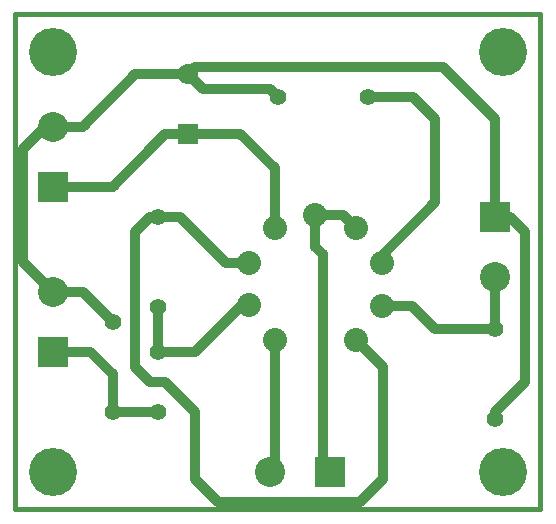
<source format=gbr>
%TF.GenerationSoftware,KiCad,Pcbnew,(5.1.12)-1*%
%TF.CreationDate,2022-03-02T10:16:57+00:00*%
%TF.ProjectId,ecc83-pp,65636338-332d-4707-902e-6b696361645f,rev?*%
%TF.SameCoordinates,Original*%
%TF.FileFunction,Copper,L2,Bot*%
%TF.FilePolarity,Positive*%
%FSLAX46Y46*%
G04 Gerber Fmt 4.6, Leading zero omitted, Abs format (unit mm)*
G04 Created by KiCad (PCBNEW (5.1.12)-1) date 2022-03-02 10:16:57*
%MOMM*%
%LPD*%
G01*
G04 APERTURE LIST*
%TA.AperFunction,Profile*%
%ADD10C,0.381000*%
%TD*%
%TA.AperFunction,ComponentPad*%
%ADD11C,4.064000*%
%TD*%
%TA.AperFunction,ComponentPad*%
%ADD12C,2.032000*%
%TD*%
%TA.AperFunction,ComponentPad*%
%ADD13C,1.397000*%
%TD*%
%TA.AperFunction,ComponentPad*%
%ADD14R,1.778000X1.778000*%
%TD*%
%TA.AperFunction,ComponentPad*%
%ADD15C,1.778000*%
%TD*%
%TA.AperFunction,ComponentPad*%
%ADD16R,2.540000X2.540000*%
%TD*%
%TA.AperFunction,ComponentPad*%
%ADD17C,2.540000*%
%TD*%
%TA.AperFunction,Conductor*%
%ADD18C,0.863600*%
%TD*%
G04 APERTURE END LIST*
D10*
X123825000Y-132715000D02*
X168275000Y-132715000D01*
X168275000Y-90805000D02*
X123825000Y-90805000D01*
X168275000Y-90805000D02*
X168275000Y-132715000D01*
X123825000Y-90805000D02*
X123825000Y-132715000D01*
D11*
%TO.P,1PIN,1*%
%TO.N,N/C*%
X127000000Y-129540000D03*
%TD*%
%TO.P,1PIN,1*%
%TO.N,N/C*%
X165100000Y-129540000D03*
%TD*%
%TO.P,1PIN,1*%
%TO.N,N/C*%
X165100000Y-93980000D03*
%TD*%
%TO.P,1PIN,1*%
%TO.N,N/C*%
X127000000Y-93980000D03*
%TD*%
D12*
%TO.P,U1,1*%
%TO.N,N-000001*%
X152679400Y-118419880D03*
%TO.P,U1,2*%
%TO.N,N-000004*%
X154833320Y-115493800D03*
%TO.P,U1,3*%
%TO.N,N-000005*%
X154833320Y-111836200D03*
%TO.P,U1,4*%
%TO.N,N-000007*%
X152679400Y-108910120D03*
%TO.P,U1,5*%
X149225000Y-107772200D03*
%TO.P,U1,6*%
%TO.N,N-000008*%
X145770600Y-108910120D03*
%TO.P,U1,7*%
%TO.N,N-000001*%
X143616680Y-111836200D03*
%TO.P,U1,8*%
%TO.N,N-000009*%
X143616680Y-115453160D03*
%TO.P,U1,9*%
%TO.N,N-000002*%
X145770600Y-118419880D03*
%TD*%
D13*
%TO.P,R2,1*%
%TO.N,N-000005*%
X153670000Y-97790000D03*
%TO.P,R2,2*%
%TO.N,GND*%
X146050000Y-97790000D03*
%TD*%
%TO.P,R4,1*%
%TO.N,N-000004*%
X164465000Y-117475000D03*
%TO.P,R4,2*%
%TO.N,GND*%
X164465000Y-125095000D03*
%TD*%
%TO.P,R3,1*%
%TO.N,N-000006*%
X132080000Y-124460000D03*
%TO.P,R3,2*%
%TO.N,GND*%
X132080000Y-116840000D03*
%TD*%
%TO.P,R1,1*%
%TO.N,N-000001*%
X135890000Y-107950000D03*
%TO.P,R1,2*%
%TO.N,N-000009*%
X135890000Y-115570000D03*
%TD*%
D14*
%TO.P,C1,1*%
%TO.N,N-000008*%
X138430000Y-100965000D03*
D15*
%TO.P,C1,2*%
%TO.N,GND*%
X138430000Y-95885000D03*
%TD*%
D13*
%TO.P,C2,1*%
%TO.N,N-000006*%
X135890000Y-124460000D03*
%TO.P,C2,2*%
%TO.N,N-000009*%
X135890000Y-119380000D03*
%TD*%
D16*
%TO.P,P3,1*%
%TO.N,N-000008*%
X127000000Y-105410000D03*
D17*
%TO.P,P3,2*%
%TO.N,GND*%
X127000000Y-100330000D03*
%TD*%
D16*
%TO.P,P1,1*%
%TO.N,GND*%
X164465000Y-107950000D03*
D17*
%TO.P,P1,2*%
%TO.N,N-000004*%
X164465000Y-113030000D03*
%TD*%
D16*
%TO.P,P2,1*%
%TO.N,N-000006*%
X127000000Y-119380000D03*
D17*
%TO.P,P2,2*%
%TO.N,GND*%
X127000000Y-114300000D03*
%TD*%
D16*
%TO.P,P4,1*%
%TO.N,N-000007*%
X150495000Y-129540000D03*
D17*
%TO.P,P4,2*%
%TO.N,N-000002*%
X145415000Y-129540000D03*
%TD*%
D18*
%TO.N,N-000001*%
X135890000Y-107950000D02*
X135255000Y-107950000D01*
X135255000Y-121920000D02*
X136525000Y-121920000D01*
X136525000Y-121920000D02*
X139065000Y-124460000D01*
X139065000Y-124460000D02*
X139065000Y-130175000D01*
X139065000Y-130175000D02*
X140335000Y-131445000D01*
X133985000Y-109220000D02*
X133985000Y-120650000D01*
X135255000Y-107950000D02*
X133985000Y-109220000D01*
X135890000Y-107950000D02*
X137795000Y-107950000D01*
X133985000Y-120650000D02*
X135255000Y-121920000D01*
X140335000Y-131445000D02*
X140970000Y-132080000D01*
X154940000Y-121315480D02*
X154940000Y-121315480D01*
X154940000Y-130175000D02*
X154940000Y-121315480D01*
X153035000Y-132080000D02*
X154940000Y-130175000D01*
X140970000Y-132080000D02*
X153035000Y-132080000D01*
X143616680Y-111836200D02*
X141681200Y-111836200D01*
X141681200Y-111836200D02*
X137795000Y-107950000D01*
X154940000Y-121315480D02*
X154940000Y-120680480D01*
X154940000Y-120680480D02*
X152679400Y-118419880D01*
%TO.N,N-000004*%
X157403800Y-115493800D02*
X159385000Y-117475000D01*
X164465000Y-117475000D02*
X164465000Y-113030000D01*
X154833320Y-115493800D02*
X157403800Y-115493800D01*
X159385000Y-117475000D02*
X164465000Y-117475000D01*
%TO.N,N-000005*%
X153670000Y-97790000D02*
X157480000Y-97790000D01*
X157480000Y-97790000D02*
X159385000Y-99695000D01*
X154833320Y-111836200D02*
X154833320Y-111231680D01*
X159385000Y-106680000D02*
X159385000Y-99695000D01*
X154833320Y-111231680D02*
X159385000Y-106680000D01*
%TO.N,N-000007*%
X149860000Y-128905000D02*
X150495000Y-129540000D01*
X149860000Y-111125000D02*
X149860000Y-128905000D01*
X149225000Y-110490000D02*
X149860000Y-111125000D01*
X149225000Y-107772200D02*
X151541480Y-107772200D01*
X151541480Y-107772200D02*
X152679400Y-108910120D01*
X149225000Y-107772200D02*
X149225000Y-110490000D01*
%TO.N,N-000008*%
X127000000Y-105410000D02*
X132080000Y-105410000D01*
X132080000Y-105410000D02*
X135255000Y-102235000D01*
X145770600Y-108910120D02*
X145770600Y-103860600D01*
X142875000Y-100965000D02*
X138430000Y-100965000D01*
X145770600Y-103860600D02*
X142875000Y-100965000D01*
X138430000Y-100965000D02*
X136525000Y-100965000D01*
X136525000Y-100965000D02*
X135255000Y-102235000D01*
%TO.N,N-000009*%
X142991840Y-115453160D02*
X139065000Y-119380000D01*
X135890000Y-119380000D02*
X135890000Y-115570000D01*
X135890000Y-119380000D02*
X139065000Y-119380000D01*
X143616680Y-115453160D02*
X142991840Y-115453160D01*
%TO.N,N-000002*%
X145770600Y-129184400D02*
X145415000Y-129540000D01*
X145770600Y-118419880D02*
X145770600Y-129184400D01*
%TO.N,GND*%
X167005000Y-109220000D02*
X167005000Y-121920000D01*
X164465000Y-124460000D02*
X167005000Y-121920000D01*
X164465000Y-125095000D02*
X164465000Y-124460000D01*
X142240000Y-95250000D02*
X146050000Y-95250000D01*
X146050000Y-95250000D02*
X148590000Y-95250000D01*
X148590000Y-95250000D02*
X160020000Y-95250000D01*
X160020000Y-95250000D02*
X164465000Y-99695000D01*
X164465000Y-99695000D02*
X164465000Y-107950000D01*
X127000000Y-100330000D02*
X129540000Y-100330000D01*
X124460000Y-102235000D02*
X124460000Y-111760000D01*
X129540000Y-114300000D02*
X127000000Y-114300000D01*
X127000000Y-114300000D02*
X124460000Y-111760000D01*
X127000000Y-100330000D02*
X126365000Y-100330000D01*
X126365000Y-100330000D02*
X124460000Y-102235000D01*
X164465000Y-107950000D02*
X165735000Y-107950000D01*
X165735000Y-107950000D02*
X167005000Y-109220000D01*
X132080000Y-116840000D02*
X129540000Y-114300000D01*
X138430000Y-95885000D02*
X139700000Y-97155000D01*
X145415000Y-97155000D02*
X146050000Y-97790000D01*
X139700000Y-97155000D02*
X145415000Y-97155000D01*
X138430000Y-95885000D02*
X139065000Y-95250000D01*
X139065000Y-95250000D02*
X142240000Y-95250000D01*
X129540000Y-100330000D02*
X133985000Y-95885000D01*
X133985000Y-95885000D02*
X138430000Y-95885000D01*
%TO.N,N-000006*%
X132080000Y-124460000D02*
X135890000Y-124460000D01*
X132080000Y-124460000D02*
X132080000Y-121285000D01*
X130175000Y-119380000D02*
X127000000Y-119380000D01*
X132080000Y-121285000D02*
X130175000Y-119380000D01*
%TD*%
M02*

</source>
